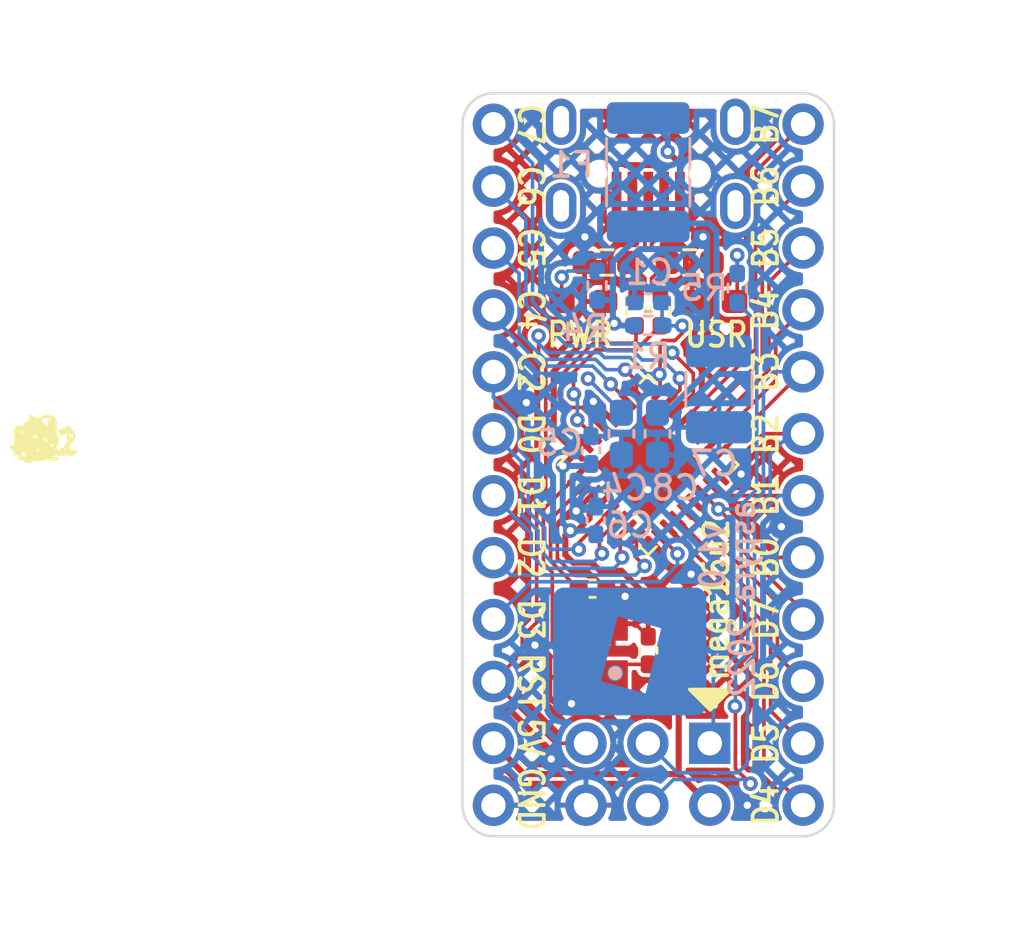
<source format=kicad_pcb>
(kicad_pcb (version 20211014) (generator pcbnew)
  (layers (0 "F.Cu" signal) (31 "B.Cu" signal) (34 "B.Paste" user) (35 "F.Paste" user) (36 "B.SilkS" user "B.Silkscreen") (37 "F.SilkS" user "F.Silkscreen") (38 "B.Mask" user) (39 "F.Mask" user) (44 "Edge.Cuts" user))
  (net 0 "")
  (net 1 "GND")
  (net 2 "RST")
  (net 3 "+5V")
  (net 4 "PB3_MISO")
  (net 5 "PB1_SCK")
  (net 6 "PB2_MOSI")
  (net 9 "PB4")
  (net 10 "PB5")
  (net 11 "PB6")
  (net 12 "PB7")
  (net 13 "PC2")
  (net 14 "PC4")
  (net 15 "PC5")
  (net 16 "PC6")
  (net 17 "PC7")
  (net 18 "PD0")
  (net 19 "PD1")
  (net 20 "PD2_TX")
  (net 21 "PD3_RX")
  (net 22 "PD4")
  (net 23 "PD5")
  (net 24 "PD6")
  (net 25 "PD7")
  (net 26 "D+")
  (net 27 "D-")
  (net 28 "PB0_LED")
  (net 29 "/XTAL1")
  (net 30 "/XTAL2")
  (net 31 "/UCAP")
  (net 32 "/LED_PWR")
  (net 33 "/LED_USR")
  (net 34 "/5V_USB")
  (net 35 "/_D-")
  (net 36 "/_D+")
  (footprint "global:USB_MICRO_B_C456008" (layer "F.Cu") (at 95.25 45.55336)
    (fp_text reference "J2")
    (fp_text value "USB_B_Micro")
  )
  (footprint "Capacitor_SMD:C_0402_1005Metric_Pad0.74x0.62mm_HandSolder" (layer "F.Cu") (at 95.25 68.39336 90)
    (fp_text reference "C2")
    (fp_text value "22p")
  )
  (footprint "Diode_SMD:D_0603_1608Metric_Pad1.05x0.95mm_HandSolder" (layer "F.Cu") (at 97.917 54.07336)
    (fp_text reference "D2")
    (fp_text value "USER")
  )
  (footprint "Resistor_SMD:R_0402_1005Metric_Pad0.72x0.64mm_HandSolder" (layer "F.Cu") (at 94.75 54.47336 -90)
    (fp_text reference "R2")
    (fp_text value "22R")
  )
  (footprint "Resistor_SMD:R_0402_1005Metric_Pad0.72x0.64mm_HandSolder" (layer "F.Cu") (at 95.75 54.47336 90)
    (fp_text reference "R3")
    (fp_text value "22R")
  )
  (footprint "Resistor_SMD:R_0603_1608Metric_Pad0.98x0.95mm_HandSolder" (layer "F.Cu") (at 96.95 52.47336)
    (fp_text reference "RV1")
    (fp_text value "TBD")
  )
  (footprint "Crystal:Crystal_SMD_3225-4Pin_3.2x2.5mm" (layer "F.Cu") (at 92.964 68.39336 90)
    (fp_text reference "Y1" hide)
    (fp_text value "16MHz")
  )
  (footprint "Connector_PinHeader_2.54mm:PinHeader_2x03_P2.54mm_Vertical" (layer "F.Cu") (at 97.775 72.19836 -90)
    (fp_text reference "J1" hide)
    (fp_text value "ISP")
  )
  (footprint "Diode_SMD:D_0603_1608Metric_Pad1.05x0.95mm_HandSolder" (layer "F.Cu") (at 92.583 54.07336 180)
    (fp_text reference "D1")
    (fp_text value "PWR")
  )
  (footprint "Package_DFN_QFN:QFN-32-1EP_5x5mm_P0.5mm_EP3.1x3.1mm" (layer "F.Cu") (at 95.25 60.77336 45)
    (fp_text reference "U1")
    (fp_text value "ATmega16U2-M")
  )
  (footprint "Capacitor_SMD:C_0402_1005Metric_Pad0.74x0.62mm_HandSolder" (layer "F.Cu") (at 92.964 65.85336)
    (fp_text reference "C3")
    (fp_text value "22p")
  )
  (footprint "Resistor_SMD:R_0603_1608Metric_Pad0.98x0.95mm_HandSolder" (layer "F.Cu") (at 93.55 52.47336 180)
    (fp_text reference "RV2")
    (fp_text value "TBD")
  )
  (footprint "global:Logo_grounded" (layer "B.Cu") (at 94.5 68.37336 180)
    (fp_text reference "TP1" hide)
    (fp_text value "LOGO" hide)
  )
  (footprint "Connector_PinHeader_2.54mm:PinHeader_1x12_P2.54mm_Vertical" (layer "B.Cu") (at 101.6 46.79836 180)
    (fp_text reference "J3" hide)
    (fp_text value "CONN_L")
  )
  (footprint "Capacitor_SMD:C_0402_1005Metric_Pad0.74x0.62mm_HandSolder" (layer "B.Cu") (at 93.1 63.05586 90)
    (fp_text reference "C6")
    (fp_text value "100n")
  )
  (footprint "Connector_PinHeader_2.54mm:PinHeader_1x12_P2.54mm_Vertical" (layer "B.Cu") (at 88.9 46.80336 180)
    (fp_text reference "J4" hide)
    (fp_text value "CONN_R")
  )
  (footprint "Capacitor_SMD:C_0603_1608Metric_Pad1.08x0.95mm_HandSolder" (layer "B.Cu") (at 94.15 59.50336 -90)
    (fp_text reference "C4")
    (fp_text value "1u")
  )
  (footprint "Resistor_SMD:R_0402_1005Metric_Pad0.72x0.64mm_HandSolder" (layer "B.Cu") (at 95.25 55.05836)
    (fp_text reference "R1")
    (fp_text value "10k")
  )
  (footprint "Capacitor_SMD:C_0402_1005Metric_Pad0.74x0.62mm_HandSolder" (layer "B.Cu") (at 95.25 54.12336)
    (fp_text reference "C1")
    (fp_text value "TBD")
  )
  (footprint "Capacitor_SMD:C_1210_3225Metric_Pad1.33x2.70mm_HandSolder" (layer "B.Cu") (at 98.15 57.67336 -90)
    (fp_text reference "C7")
    (fp_text value "TBD")
  )
  (footprint "Resistor_SMD:R_0402_1005Metric_Pad0.72x0.64mm_HandSolder" (layer "B.Cu") (at 98.9 53.52336 90)
    (fp_text reference "R5")
    (fp_text value "1k")
  )
  (footprint "Capacitor_SMD:C_0402_1005Metric_Pad0.74x0.62mm_HandSolder" (layer "B.Cu") (at 92.9 60.17336 90)
    (fp_text reference "C5")
    (fp_text value "100n")
  )
  (footprint "Fuse:Fuse_1812_4532Metric_Pad1.30x3.40mm_HandSolder" (layer "B.Cu") (at 95.25 48.77336 90)
    (fp_text reference "F1")
    (fp_text value "500mA")
  )
  (footprint "Resistor_SMD:R_0402_1005Metric_Pad0.72x0.64mm_HandSolder" (layer "B.Cu") (at 93.15 53.42086 90)
    (fp_text reference "R4")
    (fp_text value "1k")
  )
  (footprint "Capacitor_SMD:C_0603_1608Metric_Pad1.08x0.95mm_HandSolder" (layer "B.Cu") (at 95.631 59.50336 -90)
    (fp_text reference "C8")
    (fp_text value "1u")
  )
  (gr_arc (start 88.9 76.01336) (mid 88.001974 75.641386) (end 87.63 74.74336) (layer "Edge.Cuts") (width 0.1))
  (gr_arc (start 101.6 45.53336) (mid 102.498026 45.905334) (end 102.87 46.80336) (layer "Edge.Cuts") (width 0.1))
  (gr_line (start 102.87 74.74336) (end 102.87 46.80336) (layer "Edge.Cuts") (width 0.1))
  (gr_line (start 87.63 46.80336) (end 87.63 74.74336) (layer "Edge.Cuts") (width 0.1))
  (gr_arc (start 102.87 74.74336) (mid 102.498026 75.641386) (end 101.6 76.01336) (layer "Edge.Cuts") (width 0.1))
  (gr_arc (start 87.63 46.80336) (mid 88.001974 45.905334) (end 88.9 45.53336) (layer "Edge.Cuts") (width 0.1))
  (gr_line (start 101.6 45.53336) (end 88.9 45.53336) (layer "Edge.Cuts") (width 0.1))
  (gr_line (start 88.9 76.01336) (end 101.6 76.01336) (layer "Edge.Cuts") (width 0.1))
  (gr_text "aspyra 2022" (at 99.1 66.27336 90) (layer "B.SilkS") (effects (font (size 1 0.85) (thickness 0.153)) (justify mirror)))
  (gr_text "v1.0" (at 97.9 64.52336 90) (layer "B.SilkS") (effects (font (size 1 0.85) (thickness 0.153)) (justify mirror)))
  (gr_text "B6" (at 100.076 49.34336 90) (layer "F.SilkS") (effects (font (size 1 0.85) (thickness 0.153))))
  (gr_text "B5" (at 100.076 51.88336 90) (layer "F.SilkS") (effects (font (size 1 0.85) (thickness 0.153))))
  (gr_text "C7" (at 90.424 46.80336 270) (layer "F.SilkS") (effects (font (size 1 0.85) (thickness 0.153))))
  (gr_text "C2" (at 90.424 56.96336 270) (layer "F.SilkS") (effects (font (size 1 0.85) (thickness 0.153))))
  (gr_text "USR" (at 98.044 55.43936) (layer "F.SilkS") (effects (font (size 1 0.85) (thickness 0.153))))
  (gr_text "RST" (at 90.424 69.66336 270) (layer "F.SilkS") (effects (font (size 1 0.85) (thickness 0.153))))
  (gr_text "D2" (at 90.424 64.58336 270) (layer "F.SilkS") (effects (font (size 1 0.85) (thickness 0.153))))
  (gr_text "B3" (at 100.076 56.96336 90) (layer "F.SilkS") (effects (font (size 1 0.85) (thickness 0.153))))
  (gr_text "GND" (at 90.424 74.48936 270) (layer "F.SilkS") (effects (font (size 1 0.85) (thickness 0.153))))
  (gr_text "B4" (at 100.076 54.42336 90) (layer "F.SilkS") (effects (font (size 1 0.85) (thickness 0.153))))
  (gr_text "D3" (at 90.424 67.12336 270) (layer "F.SilkS") (effects (font (size 1 0.85) (thickness 0.153))))
  (gr_text "C5" (at 90.424 51.88336 270) (layer "F.SilkS") (effects (font (size 1 0.85) (thickness 0.153))))
  (gr_text "PWR" (at 92.456 55.43936) (layer "F.SilkS") (effects (font (size 1 0.85) (thickness 0.153))))
  (gr_text "B0" (at 100.076 64.58336 90) (layer "F.SilkS") (effects (font (size 1 0.85) (thickness 0.153))))
  (gr_text "B7" (at 100.076 46.80336 90) (layer "F.SilkS") (effects (font (size 1 0.85) (thickness 0.153))))
  (gr_text "D6" (at 100.076 69.66336 90) (layer "F.SilkS") (effects (font (size 1 0.85) (thickness 0.153))))
  (gr_text "D5" (at 100.076 72.20336 90) (layer "F.SilkS") (effects (font (size 1 0.85) (thickness 0.153))))
  (gr_text "C6" (at 90.424 49.34336 270) (layer "F.SilkS") (effects (font (size 1 0.85) (thickness 0.153))))
  (gr_text "D4" (at 100.076 74.74336 90) (layer "F.SilkS") (effects (font (size 1 0.85) (thickness 0.153))))
  (gr_text "C4" (at 90.424 54.42336 270) (layer "F.SilkS") (effects (font (size 1 0.85) (thickness 0.153))))
  (gr_text "D7" (at 100.076 67.12336 90) (layer "F.SilkS") (effects (font (size 1 0.85) (thickness 0.153))))
  (gr_text "B1" (at 100.076 62.04336 90) (layer "F.SilkS") (effects (font (size 1 0.85) (thickness 0.153))))
  (gr_text "B2" (at 100.076 59.50336 90) (layer "F.SilkS") (effects (font (size 1 0.85) (thickness 0.153))))
  (gr_text "mega16u2" (at 98.044 66.31056 90) (layer "F.SilkS") (effects (font (size 1 0.85) (thickness 0.153))))
  (gr_text "D1" (at 90.424 62.04336 270) (layer "F.SilkS") (effects (font (size 1 0.85) (thickness 0.153))))
  (gr_text "5V" (at 90.424 71.94936 270) (layer "F.SilkS") (effects (font (size 1 0.85) (thickness 0.153))))
  (gr_text "D0" (at 90.424 59.50336 270) (layer "F.SilkS") (effects (font (size 1 0.85) (thickness 0.153))))
  (segment (start 91.521969 64.615329) (end 92.19 65.28336) (width 0.15) (layer "F.Cu") (net 1))
  (segment (start 93.814 67.29336) (end 94.7175 67.29336) (width 0.15) (layer "F.Cu") (net 1))
  (segment (start 94.3 66.17336) (end 93.8515 66.17336) (width 0.15) (layer "F.Cu") (net 1))
  (segment (start 93.703204 58.873011) (end 93.699651 58.873011) (width 0.15) (layer "F.Cu") (net 1))
  (segment (start 92.114 70.55936) (end 92.1 70.57336) (width 0.15) (layer "F.Cu") (net 1))
  (segment (start 92.996097 61.966603) (end 92.996097 61.968725) (width 0.15) (layer "F.Cu") (net 1))
  (segment (start 93.8515 66.17336) (end 93.5315 65.85336) (width 0.15) (layer "F.Cu") (net 1))
  (segment (start 92.295731 62.669091) (end 92.146524 62.669091) (width 0.15) (layer "F.Cu") (net 1))
  (segment (start 93.699651 58.873011) (end 93 58.17336) (width 0.15) (layer "F.Cu") (net 1))
  (segment (start 92.114 69.49336) (end 92.114 70.55936) (width 0.15) (layer "F.Cu") (net 1))
  (segment (start 93.814 67.29336) (end 93.814 66.65936) (width 0.15) (layer "F.Cu") (net 1))
  (segment (start 92.9615 65.28336) (end 93.5315 65.85336) (width 0.15) (layer "F.Cu") (net 1))
  (segment (start 92.996097 61.966603) (end 92.996097 61.977263) (width 0.15) (layer "F.Cu") (net 1))
  (segment (start 94.7175 67.29336) (end 95.25 67.82586) (width 0.15) (layer "F.Cu") (net 1))
  (segment (start 92.19 65.28336) (end 92.9615 65.28336) (width 0.15) (layer "F.Cu") (net 1))
  (segment (start 93.814 66.65936) (end 94.3 66.17336) (width 0.15) (layer "F.Cu") (net 1))
  (segment (start 91.521969 63.293646) (end 91.521969 64.615329) (width 0.15) (layer "F.Cu") (net 1))
  (segment (start 92.146524 62.669091) (end 91.521969 63.293646) (width 0.15) (layer "F.Cu") (net 1))
  (segment (start 92.996097 61.968725) (end 92.295731 62.669091) (width 0.15) (layer "F.Cu") (net 1))
  (via (at 91.27 72.84336) (size 0.6) (drill 0.3) (layers "F.Cu" "B.Cu") (net 1))
  (via (at 94.3 66.17336) (size 0.6) (drill 0.3) (layers "F.Cu" "B.Cu") (net 1))
  (via (at 90.6 68.17336) (size 0.6) (drill 0.3) (layers "F.Cu" "B.Cu") (net 1))
  (via (at 95.23 61.79336) (size 0.6) (drill 0.3) (layers "F.Cu" "B.Cu") (net 1))
  (via (at 93 58.17336) (size 0.6) (drill 0.3) (layers "F.Cu" "B.Cu") (net 1))
  (via (at 99.06 61.15436) (size 0.6) (drill 0.3) (layers "F.Cu" "B.Cu") (net 1))
  (via (at 92.65 51.42336) (size 0.6) (drill 0.3) (layers "F.Cu" "B.Cu") (net 1))
  (via (at 99.314 74.74336) (size 0.6) (drill 0.3) (layers "F.Cu" "B.Cu") (net 1))
  (via (at 92.295731 62.669091) (size 0.6) (drill 0.3) (layers "F.Cu" "B.Cu") (net 1))
  (via (at 90.25 58.22336) (size 0.6) (drill 0.3) (layers "F.Cu" "B.Cu") (net 1))
  (via (at 92.1 70.57336) (size 0.6) (drill 0.3) (layers "F.Cu" "B.Cu") (net 1))
  (via (at 97.5 51.42336) (size 0.6) (drill 0.3) (layers "F.Cu" "B.Cu") (net 1))
  (via (at 97.01 65.26336) (size 0.6) (drill 0.3) (layers "F.Cu" "B.Cu") (net 1))
  (via (at 100.711 63.31336) (size 0.6) (drill 0.3) (layers "F.Cu" "B.Cu") (net 1))
  (segment (start 94.3 66.17336) (end 93.152 66.17336) (width 0.15) (layer "B.Cu") (net 1))
  (segment (start 90.6 68.17336) (end 91.95 68.17336) (width 0.3) (layer "B.Cu") (net 1))
  (segment (start 92.9 58.27336) (end 93 58.17336) (width 0.15) (layer "B.Cu") (net 1))
  (segment (start 96 66.17336) (end 96.85 67.02336) (width 0.15) (layer "B.Cu") (net 1))
  (segment (start 92.9 59.60586) (end 92.9 58.27336) (width 0.15) (layer "B.Cu") (net 1))
  (segment (start 94.3 66.17336) (end 96 66.17336) (width 0.15) (layer "B.Cu") (net 1))
  (segment (start 96.85 67.02336) (end 96.85 68.37336) (width 0.15) (layer "B.Cu") (net 1))
  (segment (start 92.936769 62.669091) (end 93.1 62.50586) (width 0.15) (layer "B.Cu") (net 1))
  (segment (start 93.152 66.17336) (end 92.15 67.17536) (width 0.15) (layer "B.Cu") (net 1))
  (segment (start 91.95 68.17336) (end 92.15 68.37336) (width 0.3) (layer "B.Cu") (net 1))
  (segment (start 92.15 67.17536) (end 92.15 68.37336) (width 0.15) (layer "B.Cu") (net 1))
  (segment (start 96.85 68.37336) (end 98.15 68.37336) (width 0.3) (layer "B.Cu") (net 1))
  (segment (start 92.295731 62.669091) (end 92.936769 62.669091) (width 0.15) (layer "B.Cu") (net 1))
  (segment (start 96.65 55.37336) (end 96.65 55.07336) (width 0.15) (layer "F.Cu") (net 2))
  (segment (start 90.08 68.48336) (end 90.08 67.83336) (width 0.15) (layer "F.Cu") (net 2))
  (segment (start 90.67348 67.23988) (end 90.67348 62.44988) (width 0.15) (layer "F.Cu") (net 2))
  (segment (start 91.045449 62.077911) (end 91.045449 56.518809) (width 0.15) (layer "F.Cu") (net 2))
  (segment (start 90.750521 56.223881) (end 91.045449 56.518809) (width 0.15) (layer "F.Cu") (net 2))
  (segment (start 95.85 55.67336) (end 96.35 55.67336) (width 0.15) (layer "F.Cu") (net 2))
  (segment (start 92.695 72.19836) (end 91.435 72.19836) (width 0.15) (layer "F.Cu") (net 2))
  (segment (start 96.35 55.67336) (end 96.65 55.37336) (width 0.15) (layer "F.Cu") (net 2))
  (segment (start 91.435 72.19836) (end 88.9 69.66336) (width 0.15) (layer "F.Cu") (net 2))
  (segment (start 90.750521 55.482839) (end 90.750521 56.223881) (width 0.15) (layer "F.Cu") (net 2))
  (segment (start 95.736136 55.787224) (end 95.85 55.67336) (width 0.15) (layer "F.Cu") (net 2))
  (segment (start 90.67348 62.44988) (end 91.045449 62.077911) (width 0.15) (layer "F.Cu") (net 2))
  (segment (start 90.08 67.83336) (end 90.67348 67.23988) (width 0.15) (layer "F.Cu") (net 2))
  (segment (start 95.736136 57.037224) (end 95.736136 55.787224) (width 0.15) (layer "F.Cu") (net 2))
  (segment (start 88.9 69.66336) (end 90.08 68.48336) (width 0.15) (layer "F.Cu") (net 2))
  (segment (start 95.736136 57.81235) (end 95.736136 57.037224) (width 0.15) (layer "F.Cu") (net 2))
  (via (at 90.750521 55.482839) (size 0.6) (drill 0.3) (layers "F.Cu" "B.Cu") (net 2))
  (via (at 95.708831 57.064529) (size 0.6) (drill 0.3) (layers "F.Cu" "B.Cu") (net 2))
  (via (at 96.647 55.07336) (size 0.6) (drill 0.3) (layers "F.Cu" "B.Cu") (net 2))
  (segment (start 96.65 55.07336) (end 95.8625 55.07336) (width 0.15) (layer "B.Cu") (net 2))
  (segment (start 93.451511 56.371849) (end 94.507734 56.371849) (width 0.15) (layer "B.Cu") (net 2))
  (segment (start 90.750521 55.80101) (end 91.119831 56.17032) (width 0.15) (layer "B.Cu") (net 2))
  (segment (start 95.681526 57.037224) (end 95.708831 57.064529) (width 0.15) (layer "B.Cu") (net 2))
  (segment (start 94.507734 56.371849) (end 95.173109 57.037224) (width 0.15) (layer "B.Cu") (net 2))
  (segment (start 95.8175 54.12336) (end 95.8175 55.02836) (width 0.15) (layer "B.Cu") (net 2))
  (segment (start 90.750521 55.482839) (end 90.750521 55.80101) (width 0.15) (layer "B.Cu") (net 2))
  (segment (start 95.8175 55.08836) (end 95.8475 55.05836) (width 0.15) (layer "B.Cu") (net 2))
  (segment (start 91.119831 56.17032) (end 93.249982 56.17032) (width 0.15) (layer "B.Cu") (net 2))
  (segment (start 95.173109 57.037224) (end 95.681526 57.037224) (width 0.15) (layer "B.Cu") (net 2))
  (segment (start 93.249982 56.17032) (end 93.451511 56.371849) (width 0.15) (layer "B.Cu") (net 2))
  (segment (start 95.8625 55.07336) (end 95.8475 55.05836) (width 0.15) (layer "B.Cu") (net 2))
  (segment (start 95.8175 55.02836) (end 95.8475 55.05836) (width 0.15) (layer "B.Cu") (net 2))
  (segment (start 92.171556 64.793811) (end 91.848489 64.470744) (width 0.25) (layer "F.Cu") (net 3))
  (segment (start 93.35 54.97336) (end 93.75 54.97336) (width 0.25) (layer "F.Cu") (net 3))
  (segment (start 92.0515 63.47336) (end 92.05 63.47336) (width 0.25) (layer "F.Cu") (net 3))
  (segment (start 92.065904 63.487764) (end 92.0515 63.47336) (width 0.25) (layer "F.Cu") (net 3))
  (segment (start 93.04236 55.27336) (end 93.05 55.27336) (width 0.25) (layer "F.Cu") (net 3))
  (segment (start 92.05 63.47336) (end 91.87652 63.64684) (width 0.25) (layer "F.Cu") (net 3))
  (segment (start 91.848489 63.676371) (end 92.0515 63.47336) (width 0.25) (layer "F.Cu") (net 3))
  (segment (start 93.05 55.27336) (end 93.35 54.97336) (width 0.25) (layer "F.Cu") (net 3))
  (segment (start 91.848489 64.470744) (end 91.848489 63.676371) (width 0.25) (layer "F.Cu") (net 3))
  (segment (start 93.349651 62.320156) (end 92.844115 62.825692) (width 0.25) (layer "F.Cu") (net 3))
  (segment (start 92.642544 59.933671) (end 92.642543 59.933671) (width 0.25) (layer "F.Cu") (net 3))
  (segment (start 96.5 69.92336) (end 95.95 69.37336) (width 0.25) (layer "F.Cu") (net 3))
  (segment (start 93.27 65.12336) (end 92.940451 64.793811) (width 0.25) (layer "F.Cu") (net 3))
  (segment (start 96.5 73.46336) (end 97.775 74.73836) (width 0.25) (layer "F.Cu") (net 3))
  (segment (start 92.940451 64.793811) (end 92.171556 64.793811) (width 0.25) (layer "F.Cu") (net 3))
  (segment (start 93.04236 55.27336) (end 91.371969 56.943751) (width 0.25) (layer "F.Cu") (net 3))
  (segment (start 92.286136 60.287224) (end 91.75 60.82336) (width 0.25) (layer "F.Cu") (net 3))
  (segment (start 91.371969 59.370203) (end 92.28899 60.287224) (width 0.25) (layer "F.Cu") (net 3))
  (segment (start 94.15 65.12336) (end 93.27 65.12336) (width 0.25) (layer "F.Cu") (net 3))
  (segment (start 95.95 66.92336) (end 94.15 65.12336) (width 0.25) (layer "F.Cu") (net 3))
  (segment (start 91.371969 56.943751) (end 91.371969 59.370203) (width 0.25) (layer "F.Cu") (net 3))
  (segment (start 92.28899 60.287224) (end 92.286136 60.287224) (width 0.25) (layer "F.Cu") (net 3))
  (segment (start 92.844115 62.825692) (end 92.844115 62.967475) (width 0.25) (layer "F.Cu") (net 3))
  (segment (start 96.5 73.46336) (end 90.16 73.46336) (width 0.25) (layer "F.Cu") (net 3))
  (segment (start 92.844115 62.967475) (end 92.323826 63.487764) (width 0.25) (layer "F.Cu") (net 3))
  (segment (start 95.95 69.37336) (end 95.95 66.92336) (width 0.25) (layer "F.Cu") (net 3))
  (segment (start 96.5 73.46336) (end 96.5 69.92336) (width 0.25) (layer "F.Cu") (net 3))
  (segment (start 92.323826 63.487764) (end 92.065904 63.487764) (width 0.25) (layer "F.Cu") (net 3))
  (segment (start 90.16 73.46336) (end 88.9 72.20336) (width 0.25) (layer "F.Cu") (net 3))
  (segment (start 92.642543 59.933671) (end 92.28899 60.287224) (width 0.25) (layer "F.Cu") (net 3))
  (via (at 93.853 54.97336) (size 0.6) (drill 0.3) (layers "F.Cu" "B.Cu") (net 3))
  (via (at 92.0515 63.47336) (size 0.6) (drill 0.3) (layers "F.Cu" "B.Cu") (net 3))
  (via (at 91.75 60.82336) (size 0.6) (drill 0.3) (layers "F.Cu" "B.Cu") (net 3))
  (segment (start 93.8 52.44836) (end 93.8 54.02336) (width 0.25) (layer "B.Cu") (net 3))
  (segment (start 95.25 50.99836) (end 93.8 52.44836) (width 0.25) (layer "B.Cu") (net 3))
  (segment (start 94.015 55.05836) (end 93.835 55.05836) (width 0.25) (layer "B.Cu") (net 3))
  (segment (start 91.75 60.82336) (end 92.8175 60.82336) (width 0.25) (layer "B.Cu") (net 3))
  (segment (start 92.8825 60.72336) (end 92.9 60.74086) (width 0.15) (layer "B.Cu") (net 3))
  (segment (start 91.74422 63.16608) (end 91.74422 60.82914) (width 0.25) (layer "B.Cu") (net 3))
  (segment (start 95.9855 58.64086) (end 98.15 56.47636) (width 0.25) (layer "B.Cu") (net 3))
  (segment (start 95.25 50.99836) (end 95.376511 50.871849) (width 0.25) (layer "B.Cu") (net 3))
  (segment (start 92.9325 63.47336) (end 93.1 63.64086) (width 0.25) (layer "B.Cu") (net 3))
  (segment (start 93.15 54.01836) (end 93.795 54.01836) (width 0.25) (layer "B.Cu") (net 3))
  (segment (start 98.15 56.47636) (end 98.15 56.11086) (width 0.25) (layer "B.Cu") (net 3))
  (segment (start 95.631 58.64086) (end 95.9855 58.64086) (width 0.25) (layer "B.Cu") (net 3))
  (segment (start 91.74422 60.82914) (end 91.75 60.82336) (width 0.25) (layer "B.Cu") (net 3))
  (segment (start 92.8175 60.82336) (end 92.9 60.74086) (width 0.25) (layer "B.Cu") (net 3))
  (segment (start 98.051511 51.174871) (end 98.051511 56.012371) (width 0.25) (layer "B.Cu") (net 3))
  (segment (start 92.0515 63.47336) (end 91.74422 63.16608) (width 0.25) (layer "B.Cu") (net 3))
  (segment (start 93.795 54.01836) (end 93.8 54.02336) (width 0.25) (layer "B.Cu") (net 3))
  (segment (start 93.8 54.02336) (end 93.8 54.92336) (width 0.25) (layer "B.Cu") (net 3))
  (segment (start 93.835 55.05836) (end 93.75 54.97336) (width 0.25) (layer "B.Cu") (net 3))
  (segment (start 94.6525 55.05836) (end 94.015 55.05836) (width 0.25) (layer "B.Cu") (net 3))
  (segment (start 95.376511 50.871849) (end 97.748489 50.871849) (width 0.25) (layer "B.Cu") (net 3))
  (segment (start 93.8 54.92336) (end 93.75 54.97336) (width 0.25) (layer "B.Cu") (net 3))
  (segment (start 98.051511 56.012371) (end 98.15 56.11086) (width 0.25) (layer "B.Cu") (net 3))
  (segment (start 92.0515 63.47336) (end 92.9325 63.47336) (width 0.25) (layer "B.Cu") (net 3))
  (segment (start 97.748489 50.871849) (end 98.051511 51.174871) (width 0.25) (layer "B.Cu") (net 3))
  (segment (start 101.565 56.95836) (end 101.6 56.95836) (width 0.15) (layer "F.Cu") (net 4))
  (segment (start 98.21101 60.287224) (end 98.236136 60.287224) (width 0.15) (layer "F.Cu") (net 4))
  (segment (start 98.236136 60.287224) (end 101.565 56.95836) (width 0.15) (layer "F.Cu") (net 4))
  (segment (start 99.97804 57.378239) (end 99.97804 61.897378) (width 0.15) (layer "B.Cu") (net 4))
  (segment (start 99.06 62.815418) (end 99.06 68.39336) (width 0.15) (layer "B.Cu") (net 4))
  (segment (start 99.97804 61.897378) (end 99.06 62.815418) (width 0.15) (layer "B.Cu") (net 4))
  (segment (start 99.06 68.39336) (end 97.917 69.53636) (width 0.15) (layer "B.Cu") (net 4))
  (segment (start 101.6 56.95836) (end 100.397919 56.95836) (width 0.15) (layer "B.Cu") (net 4))
  (segment (start 97.917 69.53636) (end 97.917 72.05636) (width 0.15) (layer "B.Cu") (net 4))
  (segment (start 100.397919 56.95836) (end 99.97804 57.378239) (width 0.15) (layer "B.Cu") (net 4))
  (segment (start 97.917 72.05636) (end 97.775 72.19836) (width 0.15) (layer "B.Cu") (net 4))
  (segment (start 98.282767 62.03836) (end 97.857456 61.613049) (width 0.15) (layer "F.Cu") (net 5))
  (segment (start 101.6 62.03836) (end 98.282767 62.03836) (width 0.15) (layer "F.Cu") (net 5))
  (segment (start 98.933 73.410329) (end 99.314 73.029329) (width 0.15) (layer "B.Cu") (net 5))
  (segment (start 95.235 72.19836) (end 96.446969 73.410329) (width 0.15) (layer "B.Cu") (net 5))
  (segment (start 96.446969 73.410329) (end 98.933 73.410329) (width 0.15) (layer "B.Cu") (net 5))
  (segment (start 99.314 68.921476) (end 99.61304 68.622436) (width 0.15) (layer "B.Cu") (net 5))
  (segment (start 99.61304 68.622436) (end 99.61304 63.044494) (width 0.15) (layer "B.Cu") (net 5))
  (segment (start 100.619174 62.03836) (end 101.6 62.03836) (width 0.15) (layer "B.Cu") (net 5))
  (segment (start 99.314 73.029329) (end 99.314 68.921476) (width 0.15) (layer "B.Cu") (net 5))
  (segment (start 99.61304 63.044494) (end 100.619174 62.03836) (width 0.15) (layer "B.Cu") (net 5))
  (segment (start 98.826511 70.699871) (end 98.826511 72.83836) (width 0.15) (layer "F.Cu") (net 6))
  (segment (start 98.213864 61.259496) (end 99.975 59.49836) (width 0.15) (layer "F.Cu") (net 6))
  (segment (start 98.826511 73.09236) (end 98.826511 73.239871) (width 0.15) (layer "F.Cu") (net 6))
  (segment (start 99.975 59.49836) (end 101.6 59.49836) (width 0.15) (layer "F.Cu") (net 6))
  (segment (start 98.826511 73.239871) (end 99.441 73.85436) (width 0.15) (layer "F.Cu") (net 6))
  (segment (start 98.21101 61.259496) (end 98.213864 61.259496) (width 0.15) (layer "F.Cu") (net 6))
  (segment (start 98.806 70.67936) (end 98.826511 70.699871) (width 0.15) (layer "F.Cu") (net 6))
  (segment (start 98.826511 72.83836) (end 98.826511 73.09236) (width 0.15) (layer "F.Cu") (net 6))
  (via (at 98.806 70.67936) (size 0.6) (drill 0.3) (layers "F.Cu" "B.Cu") (net 6))
  (via (at 99.441 73.85436) (size 0.6) (drill 0.3) (layers "F.Cu" "B.Cu") (net 6))
  (segment (start 100.25456 60.3408) (end 100.25456 62.011916) (width 0.15) (layer "B.Cu") (net 6))
  (segment (start 101.6 59.49836) (end 101.097 59.49836) (width 0.15) (layer "B.Cu") (net 6))
  (segment (start 99.33652 68.507898) (end 98.826511 69.017907) (width 0.15) (layer "B.Cu") (net 6))
  (segment (start 98.826511 70.658849) (end 98.806 70.67936) (width 0.15) (layer "B.Cu") (net 6))
  (segment (start 99.273489 73.686849) (end 96.286511 73.686849) (width 0.15) (layer "B.Cu") (net 6))
  (segment (start 101.097 59.49836) (end 100.25456 60.3408) (width 0.15) (layer "B.Cu") (net 6))
  (segment (start 96.286511 73.686849) (end 95.235 74.73836) (width 0.15) (layer "B.Cu") (net 6))
  (segment (start 99.441 73.85436) (end 99.273489 73.686849) (width 0.15) (layer "B.Cu") (net 6))
  (segment (start 98.826511 69.017907) (end 98.826511 70.658849) (width 0.15) (layer "B.Cu") (net 6))
  (segment (start 100.25456 62.011916) (end 99.33652 62.929956) (width 0.15) (layer "B.Cu") (net 6))
  (segment (start 99.33652 62.929956) (end 99.33652 68.507898) (width 0.15) (layer "B.Cu") (net 6))
  (segment (start 100.48108 57.310047) (end 100.48108 55.53728) (width 0.15) (layer "F.Cu") (net 9))
  (segment (start 97.857456 59.933671) (end 100.48108 57.310047) (width 0.15) (layer "F.Cu") (net 9))
  (segment (start 100.48108 55.53728) (end 101.6 54.41836) (width 0.15) (layer "F.Cu") (net 9))
  (segment (start 100.20456 53.2738) (end 101.6 51.87836) (width 0.15) (layer "F.Cu") (net 10))
  (segment (start 97.503903 59.580117) (end 100.20456 56.87946) (width 0.15) (layer "F.Cu") (net 10))
  (segment (start 100.20456 56.87946) (end 100.20456 53.2738) (width 0.15) (layer "F.Cu") (net 10))
  (segment (start 97.150349 59.226564) (end 99.92804 56.448873) (width 0.15) (layer "F.Cu") (net 11))
  (segment (start 99.92804 56.448873) (end 99.92804 51.01032) (width 0.15) (layer "F.Cu") (net 11))
  (segment (start 99.92804 51.01032) (end 101.6 49.33836) (width 0.15) (layer "F.Cu") (net 11))
  (segment (start 99.65152 56.02184) (end 99.65152 48.74684) (width 0.15) (layer "F.Cu") (net 12))
  (segment (start 96.796796 58.873011) (end 96.800349 58.873011) (width 0.15) (layer "F.Cu") (net 12))
  (segment (start 96.800349 58.873011) (end 99.65152 56.02184) (width 0.15) (layer "F.Cu") (net 12))
  (segment (start 99.65152 48.74684) (end 101.6 46.79836) (width 0.15) (layer "F.Cu") (net 12))
  (segment (start 92.8 63.57336) (end 92.75 63.62336) (width 0.15) (layer "F.Cu") (net 13))
  (segment (start 92.75 63.62336) (end 92.481824 63.891536) (width 0.15) (layer "F.Cu") (net 13))
  (segment (start 93.703204 62.673709) (end 93.699651 62.673709) (width 0.15) (layer "F.Cu") (net 13))
  (segment (start 92.4 63.97336) (end 92.4 64.2423) (width 0.15) (layer "F.Cu") (net 13))
  (segment (start 92.481824 63.891536) (end 92.4 63.97336) (width 0.15) (layer "F.Cu") (net 13))
  (segment (start 93.699651 62.673709) (end 92.8 63.57336) (width 0.15) (layer "F.Cu") (net 13))
  (via (at 92.4 64.2423) (size 0.6) (drill 0.3) (layers "F.Cu" "B.Cu") (net 13))
  (segment (start 91.21894 64.2423) (end 91.00304 64.0264) (width 0.15) (layer "B.Cu") (net 13))
  (segment (start 89.951511 59.067809) (end 88.9 58.016298) (width 0.15) (layer "B.Cu") (net 13))
  (segment (start 88.9 58.016298) (end 88.9 56.96336) (width 0.15) (layer "B.Cu") (net 13))
  (segment (start 92.4 64.2423) (end 91.21894 64.2423) (width 0.15) (layer "B.Cu") (net 13))
  (segment (start 91.00304 64.0264) (end 91.00304 63.364284) (width 0.15) (layer "B.Cu") (net 13))
  (segment (start 91.00304 63.364284) (end 90.32652 62.687764) (width 0.15) (layer "B.Cu") (net 13))
  (segment (start 89.951511 60.163813) (end 89.951511 59.067809) (width 0.15) (layer "B.Cu") (net 13))
  (segment (start 90.32652 62.687764) (end 90.32652 60.538822) (width 0.15) (layer "B.Cu") (net 13))
  (segment (start 90.32652 60.538822) (end 89.951511 60.163813) (width 0.15) (layer "B.Cu") (net 13))
  (segment (start 94.410311 58.165904) (end 94.410311 58.163781) (width 0.15) (layer "F.Cu") (net 14))
  (segment (start 94.410311 58.163781) (end 93.709945 57.463415) (width 0.15) (layer "F.Cu") (net 14))
  (via (at 93.709945 57.463415) (size 0.6) (drill 0.3) (layers "F.Cu" "B.Cu") (net 14))
  (segment (start 93.709945 57.463415) (end 93.709945 57.460088) (width 0.15) (layer "B.Cu") (net 14))
  (segment (start 88.9 54.732605) (end 88.9 54.42336) (width 0.15) (layer "B.Cu") (net 14))
  (segment (start 93.709945 57.460088) (end 92.973217 56.72336) (width 0.15) (layer "B.Cu") (net 14))
  (segment (start 90.890755 56.72336) (end 88.9 54.732605) (width 0.15) (layer "B.Cu") (net 14))
  (segment (start 93.709945 57.463415) (end 93.709945 57.433305) (width 0.15) (layer "B.Cu") (net 14))
  (segment (start 92.973217 56.72336) (end 90.890755 56.72336) (width 0.15) (layer "B.Cu") (net 14))
  (segment (start 94.763864 57.337224) (end 94.3 56.87336) (width 0.15) (layer "F.Cu") (net 15))
  (segment (start 94.763864 57.81235) (end 94.763864 57.337224) (width 0.15) (layer "F.Cu") (net 15))
  (via (at 94.3 56.87336) (size 0.6) (drill 0.3) (layers "F.Cu" "B.Cu") (net 15))
  (segment (start 93.087755 56.44684) (end 91.005293 56.44684) (width 0.15) (layer "B.Cu") (net 15))
  (segment (start 89.951511 55.393058) (end 89.951511 52.934871) (width 0.15) (layer "B.Cu") (net 15))
  (segment (start 93.514275 56.87336) (end 93.087755 56.44684) (width 0.15) (layer "B.Cu") (net 15))
  (segment (start 94.3 56.87336) (end 93.514275 56.87336) (width 0.15) (layer "B.Cu") (net 15))
  (segment (start 91.005293 56.44684) (end 89.951511 55.393058) (width 0.15) (layer "B.Cu") (net 15))
  (segment (start 89.951511 52.934871) (end 88.9 51.88336) (width 0.15) (layer "B.Cu") (net 15))
  (segment (start 96.089689 58.165904) (end 96.35 57.905593) (width 0.15) (layer "F.Cu") (net 16))
  (segment (start 96.55 57.705593) (end 96.55 57.22336) (width 0.15) (layer "F.Cu") (net 16))
  (segment (start 96.089689 58.165904) (end 96.55 57.705593) (width 0.15) (layer "F.Cu") (net 16))
  (via (at 96.55 57.22336) (size 0.6) (drill 0.3) (layers "F.Cu" "B.Cu") (net 16))
  (segment (start 93.36452 55.8938) (end 93.566049 56.095329) (width 0.15) (layer "B.Cu") (net 16))
  (segment (start 93.566049 56.095329) (end 94.622272 56.095329) (width 0.15) (layer "B.Cu") (net 16))
  (segment (start 88.9 49.34336) (end 90.228031 50.671391) (width 0.15) (layer "B.Cu") (net 16))
  (segment (start 90.228031 54.201391) (end 91.92044 55.8938) (width 0.15) (layer "B.Cu") (net 16))
  (segment (start 91.92044 55.8938) (end 93.36452 55.8938) (width 0.15) (layer "B.Cu") (net 16))
  (segment (start 96.55 57.196469) (end 96.55 57.22336) (width 0.15) (layer "B.Cu") (net 16))
  (segment (start 96.55 57.22336) (end 96.55 57.141843) (width 0.15) (layer "B.Cu") (net 16))
  (segment (start 95.826891 56.47336) (end 96.55 57.196469) (width 0.15) (layer "B.Cu") (net 16))
  (segment (start 90.228031 50.671391) (end 90.228031 54.201391) (width 0.15) (layer "B.Cu") (net 16))
  (segment (start 95.000303 56.47336) (end 95.826891 56.47336) (width 0.15) (layer "B.Cu") (net 16))
  (segment (start 94.622272 56.095329) (end 95.000303 56.47336) (width 0.15) (layer "B.Cu") (net 16))
  (segment (start 97.1 57.8627) (end 97.1 57.02336) (width 0.15) (layer "F.Cu") (net 17))
  (segment (start 96.443243 58.519457) (end 97.1 57.8627) (width 0.15) (layer "F.Cu") (net 17))
  (segment (start 97.1 57.02336) (end 96.3 56.22336) (width 0.15) (layer "F.Cu") (net 17))
  (segment (start 96.2515 56.17486) (end 96.237636 56.17486) (width 0.15) (layer "F.Cu") (net 17))
  (segment (start 96.3 56.22336) (end 96.2515 56.17486) (width 0.15) (layer "F.Cu") (net 17))
  (via (at 96.237636 56.17486) (size 0.6) (drill 0.3) (layers "F.Cu" "B.Cu") (net 17))
  (segment (start 92.034978 55.61728) (end 90.504551 54.086853) (width 0.15) (layer "B.Cu") (net 17))
  (segment (start 93.479058 55.61728) (end 92.034978 55.61728) (width 0.15) (layer "B.Cu") (net 17))
  (segment (start 90.504551 54.086853) (end 90.504551 48.407911) (width 0.15) (layer "B.Cu") (net 17))
  (segment (start 95.881585 55.818809) (end 96.237636 56.17486) (width 0.15) (layer "B.Cu") (net 17))
  (segment (start 93.680587 55.818809) (end 93.479058 55.61728) (width 0.15) (layer "B.Cu") (net 17))
  (segment (start 93.680587 55.818809) (end 95.881585 55.818809) (width 0.15) (layer "B.Cu") (net 17))
  (segment (start 90.504551 48.407911) (end 88.9 46.80336) (width 0.15) (layer "B.Cu") (net 17))
  (segment (start 93.25 63.82336) (end 93.25 64.326351) (width 0.15) (layer "F.Cu") (net 18))
  (segment (start 94.056757 63.027263) (end 94.046097 63.027263) (width 0.15) (layer "F.Cu") (net 18))
  (segment (start 93.25 64.326351) (end 93.350598 64.426949) (width 0.15) (layer "F.Cu") (net 18))
  (segment (start 94.046097 63.027263) (end 93.25 63.82336) (width 0.15) (layer "F.Cu") (net 18))
  (via (at 93.35 64.41336) (size 0.6) (drill 0.3) (layers "F.Cu" "B.Cu") (net 18))
  (segment (start 90.05 60.65336) (end 88.9 59.50336) (width 0.15) (layer "B.Cu") (net 18))
  (segment (start 91.27044 64.7438) (end 90.72652 64.19988) (width 0.15) (layer "B.Cu") (net 18))
  (segment (start 90.72652 63.478822) (end 90.05 62.802302) (width 0.15) (layer "B.Cu") (net 18))
  (segment (start 93.350598 64.426949) (end 93.033747 64.7438) (width 0.15) (layer "B.Cu") (net 18))
  (segment (start 90.05 62.802302) (end 90.05 60.65336) (width 0.15) (layer "B.Cu") (net 18))
  (segment (start 90.72652 64.19988) (end 90.72652 63.478822) (width 0.15) (layer "B.Cu") (net 18))
  (segment (start 93.033747 64.7438) (end 91.27044 64.7438) (width 0.15) (layer "B.Cu") (net 18))
  (segment (start 94.1 63.691127) (end 94.1 64.496592) (width 0.15) (layer "F.Cu") (net 19))
  (segment (start 94.1 64.496592) (end 94.175668 64.57226) (width 0.15) (layer "F.Cu") (net 19))
  (segment (start 94.410311 63.380816) (end 94.1 63.691127) (width 0.15) (layer "F.Cu") (net 19))
  (via (at 94.175668 64.57226) (size 0.6) (drill 0.3) (layers "F.Cu" "B.Cu") (net 19))
  (segment (start 90.45 63.59336) (end 90.45 64.47336) (width 0.15) (layer "B.Cu") (net 19))
  (segment (start 90.45 64.47336) (end 90.99696 65.02032) (width 0.15) (layer "B.Cu") (net 19))
  (segment (start 94.175668 64.694652) (end 94.175668 64.57226) (width 0.15) (layer "B.Cu") (net 19))
  (segment (start 90.99696 65.02032) (end 93.85 65.02032) (width 0.15) (layer "B.Cu") (net 19))
  (segment (start 88.9 62.04336) (end 90.45 63.59336) (width 0.15) (layer "B.Cu") (net 19))
  (segment (start 93.85 65.02032) (end 94.175668 64.694652) (width 0.15) (layer "B.Cu") (net 19))
  (segment (start 94.763864 63.73437) (end 94.763864 64.587224) (width 0.15) (layer "F.Cu") (net 20))
  (segment (start 94.763864 64.587224) (end 95.1 64.92336) (width 0.15) (layer "F.Cu") (net 20))
  (via (at 95.1 64.92336) (size 0.6) (drill 0.3) (layers "F.Cu" "B.Cu") (net 20))
  (segment (start 94.72652 65.29684) (end 89.61348 65.29684) (width 0.15) (layer "B.Cu") (net 20))
  (segment (start 89.61348 65.29684) (end 88.9 64.58336) (width 0.15) (layer "B.Cu") (net 20))
  (segment (start 95.1 64.92336) (end 94.72652 65.29684) (width 0.15) (layer "B.Cu") (net 20))
  (segment (start 95.736136 63.73437) (end 95.76101 63.73437) (width 0.15) (layer "F.Cu") (net 21))
  (segment (start 95.76101 63.73437) (end 96.45 64.42336) (width 0.15) (layer "F.Cu") (net 21))
  (via (at 96.45 64.42336) (size 0.6) (drill 0.3) (layers "F.Cu" "B.Cu") (net 21))
  (segment (start 96.45 64.87336) (end 95.75 65.57336) (width 0.15) (layer "B.Cu") (net 21))
  (segment (start 96.45 64.42336) (end 96.45 64.87336) (width 0.15) (layer "B.Cu") (net 21))
  (segment (start 90.45 65.57336) (end 88.9 67.12336) (width 0.15) (layer "B.Cu") (net 21))
  (segment (start 95.75 65.57336) (end 90.45 65.57336) (width 0.15) (layer "B.Cu") (net 21))
  (segment (start 99.995449 73.133809) (end 101.6 74.73836) (width 0.15) (layer "F.Cu") (net 22))
  (segment (start 99.995449 67.259564) (end 99.995449 73.133809) (width 0.15) (layer "F.Cu") (net 22))
  (segment (start 96.116701 63.380816) (end 99.995449 67.259564) (width 0.15) (layer "F.Cu") (net 22))
  (segment (start 96.089689 63.380816) (end 96.116701 63.380816) (width 0.15) (layer "F.Cu") (net 22))
  (segment (start 96.453903 63.027263) (end 100.271969 66.845329) (width 0.15) (layer "F.Cu") (net 23))
  (segment (start 96.443243 63.027263) (end 96.453903 63.027263) (width 0.15) (layer "F.Cu") (net 23))
  (segment (start 100.271969 70.870329) (end 101.6 72.19836) (width 0.15) (layer "F.Cu") (net 23))
  (segment (start 100.271969 66.845329) (end 100.271969 70.870329) (width 0.15) (layer "F.Cu") (net 23))
  (segment (start 100.548489 68.606849) (end 101.6 69.65836) (width 0.15) (layer "F.Cu") (net 24))
  (segment (start 96.800349 62.673709) (end 100.548489 66.421849) (width 0.15) (layer "F.Cu") (net 24))
  (segment (start 100.548489 66.421849) (end 100.548489 68.606849) (width 0.15) (layer "F.Cu") (net 24))
  (segment (start 96.796796 62.673709) (end 96.800349 62.673709) (width 0.15) (layer "F.Cu") (net 24))
  (segment (start 101.6 66.77336) (end 101.6 67.11836) (width 0.15) (layer "F.Cu") (net 25))
  (segment (start 97.150349 62.320156) (end 97.150349 62.323709) (width 0.15) (layer "F.Cu") (net 25))
  (segment (start 97.150349 62.323709) (end 101.6 66.77336) (width 0.15) (layer "F.Cu") (net 25))
  (segment (start 92.540755 58.42336) (end 92.040755 58.42336) (width 0.15) (layer "F.Cu") (net 26))
  (segment (start 91.698489 57.079001) (end 92.99263 55.78486) (width 0.15) (layer "F.Cu") (net 26))
  (segment (start 92.040755 58.42336) (end 91.698489 58.081094) (width 0.15) (layer "F.Cu") (net 26))
  (segment (start 91.698489 58.081094) (end 91.698489 57.079001) (width 0.15) (layer "F.Cu") (net 26))
  (segment (start 93.349651 59.226564) (end 93.343959 59.226564) (width 0.15) (layer "F.Cu") (net 26))
  (segment (start 94.644262 55.78486) (end 94.75 55.679122) (width 0.15) (layer "F.Cu") (net 26))
  (segment (start 92.99263 55.78486) (end 94.644262 55.78486) (width 0.15) (layer "F.Cu") (net 26))
  (segment (start 93.343959 59.226564) (end 92.540755 58.42336) (width 0.15) (layer "F.Cu") (net 26))
  (segment (start 94.75 55.679122) (end 94.75 55.07086) (width 0.15) (layer "F.Cu") (net 26))
  (segment (start 92.996097 59.580117) (end 92.996097 59.569457) (width 0.15) (layer "F.Cu") (net 27))
  (segment (start 92.977623 59.569457) (end 92.341513 58.933347) (width 0.15) (layer "F.Cu") (net 27))
  (segment (start 92.183277 56.985953) (end 92.183277 57.856637) (width 0.15) (layer "F.Cu") (net 27))
  (segment (start 93.10737 56.06186) (end 92.183277 56.985953) (width 0.15) (layer "F.Cu") (net 27))
  (segment (start 92.183277 57.856637) (end 92.2 57.87336) (width 0.15) (layer "F.Cu") (net 27))
  (segment (start 94.759 56.06186) (end 93.10737 56.06186) (width 0.15) (layer "F.Cu") (net 27))
  (segment (start 95.75 55.07086) (end 94.759 56.06186) (width 0.15) (layer "F.Cu") (net 27))
  (segment (start 92.996097 59.569457) (end 92.977623 59.569457) (width 0.15) (layer "F.Cu") (net 27))
  (via (at 92.2 57.87336) (size 0.6) (drill 0.3) (layers "F.Cu" "B.Cu") (net 27))
  (via (at 92.341513 58.933347) (size 0.6) (drill 0.3) (layers "F.Cu" "B.Cu") (net 27))
  (segment (start 92.341513 58.933347) (end 92.341513 58.014873) (width 0.15) (layer "B.Cu") (net 27))
  (segment (start 92.341513 58.014873) (end 92.2 57.87336) (width 0.15) (layer "B.Cu") (net 27))
  (segment (start 98.51083 62.97353) (end 98.13033 62.59303) (width 0.15) (layer "F.Cu") (net 28))
  (segment (start 100.11566 64.57836) (end 98.51083 62.97353) (width 0.15) (layer "F.Cu") (net 28))
  (segment (start 97.503903 61.966603) (end 98.13033 62.59303) (width 0.15) (layer "F.Cu") (net 28))
  (segment (start 101.6 64.57836) (end 100.11566 64.57836) (width 0.15) (layer "F.Cu") (net 28))
  (via (at 98.13033 62.59303) (size 0.6) (drill 0.3) (layers "F.Cu" "B.Cu") (net 28))
  (segment (start 98.9 54.12086) (end 99.70152 54.92238) (width 0.15) (layer "B.Cu") (net 28))
  (segment (start 98.89133 62.59303) (end 99.70152 61.78284) (width 0.15) (layer "B.Cu") (net 28))
  (segment (start 98.13033 62.59303) (end 98.89133 62.59303) (width 0.15) (layer "B.Cu") (net 28))
  (segment (start 99.70152 54.92238) (end 99.70152 61.78284) (width 0.15) (layer "B.Cu") (net 28))
  (segment (start 91.444978 68.37336) (end 92.85 68.37336) (width 0.15) (layer "F.Cu") (net 29))
  (segment (start 90.95 64.825476) (end 91.312489 65.187965) (width 0.15) (layer "F.Cu") (net 29))
  (segment (start 95.25 68.96086) (end 94.3465 68.96086) (width 0.15) (layer "F.Cu") (net 29))
  (segment (start 92.28899 61.259496) (end 90.95 62.598486) (width 0.15) (layer "F.Cu") (net 29))
  (segment (start 94.3465 68.96086) (end 93.814 69.49336) (width 0.15) (layer "F.Cu") (net 29))
  (segment (start 91.312489 68.240871) (end 91.444978 68.37336) (width 0.15) (layer "F.Cu") (net 29))
  (segment (start 90.95 62.598486) (end 90.95 64.825476) (width 0.15) (layer "F.Cu") (net 29))
  (segment (start 91.312489 65.187965) (end 91.312489 68.240871) (width 0.15) (layer "F.Cu") (net 29))
  (segment (start 92.85 68.37336) (end 93.814 69.33736) (width 0.15) (layer "F.Cu") (net 29))
  (segment (start 93.814 69.33736) (end 93.814 69.49336) (width 0.15) (layer "F.Cu") (net 29))
  (segment (start 92.3965 67.01086) (end 92.114 67.29336) (width 0.15) (layer "F.Cu") (net 30))
  (segment (start 92.642544 61.613049) (end 91.245449 63.010144) (width 0.15) (layer "F.Cu") (net 30))
  (segment (start 92.3965 65.85336) (end 92.3965 67.01086) (width 0.15) (layer "F.Cu") (net 30))
  (segment (start 91.245449 63.010144) (end 91.245449 64.729867) (width 0.15) (layer "F.Cu") (net 30))
  (segment (start 91.245449 64.729867) (end 92.368942 65.85336) (width 0.15) (layer "F.Cu") (net 30))
  (segment (start 92.368942 65.85336) (end 92.3965 65.85336) (width 0.15) (layer "F.Cu") (net 30))
  (segment (start 92.781695 57.244395) (end 92.781695 57.241083) (width 0.15) (layer "F.Cu") (net 31))
  (segment (start 94.056757 58.519457) (end 92.781695 57.244395) (width 0.15) (layer "F.Cu") (net 31))
  (via (at 92.781695 57.241083) (size 0.6) (drill 0.3) (layers "F.Cu" "B.Cu") (net 31))
  (segment (start 92.781695 57.241083) (end 92.781695 57.24581) (width 0.15) (layer "B.Cu") (net 31))
  (segment (start 92.781695 57.24581) (end 94.146745 58.61086) (width 0.15) (layer "B.Cu") (net 31))
  (segment (start 94.146745 58.61086) (end 94.15 58.61086) (width 0.15) (layer "B.Cu") (net 31))
  (segment (start 91.7 53.07336) (end 91.7 53.92336) (width 0.15) (layer "F.Cu") (net 32))
  (segment (start 91.7 53.92336) (end 91.55 54.07336) (width 0.15) (layer "F.Cu") (net 32))
  (via (at 91.7 53.07336) (size 0.6) (drill 0.3) (layers "F.Cu" "B.Cu") (net 32))
  (segment (start 93.15 52.82336) (end 91.95 52.82336) (width 0.15) (layer "B.Cu") (net 32))
  (segment (start 91.95 52.82336) (end 91.7 53.07336) (width 0.15) (layer "B.Cu") (net 32))
  (segment (start 98.9 52.17336) (end 98.9 54.04836) (width 0.15) (layer "F.Cu") (net 33))
  (segment (start 98.9 54.04836) (end 98.925 54.07336) (width 0.15) (layer "F.Cu") (net 33))
  (via (at 98.9 52.17336) (size 0.6) (drill 0.3) (layers "F.Cu" "B.Cu") (net 33))
  (segment (start 98.9 52.92586) (end 98.9 52.17336) (width 0.15) (layer "B.Cu") (net 33))
  (segment (start 96.55 49.65336) (end 96.55 48.42336) (width 0.25) (layer "F.Cu") (net 34))
  (segment (start 96.55 48.42336) (end 96.05 47.92336) (width 0.25) (layer "F.Cu") (net 34))
  (via (at 96.05 47.92336) (size 0.6) (drill 0.3) (layers "F.Cu" "B.Cu") (net 34))
  (segment (start 96.05 47.34836) (end 95.25 46.54836) (width 0.25) (layer "B.Cu") (net 34))
  (segment (start 96.05 47.92336) (end 96.05 47.34836) (width 0.25) (layer "B.Cu") (net 34))
  (segment (start 95.3885 51.82436) (end 95.3885 51.71073) (width 0.15) (layer "F.Cu") (net 35))
  (segment (start 95.9 51.003361) (end 95.9 49.65336) (width 0.15) (layer "F.Cu") (net 35))
  (segment (start 96.0375 52.47336) (end 95.3885 51.82436) (width 0.15) (layer "F.Cu") (net 35))
  (segment (start 95.3885 51.71073) (end 95.7135 51.38573) (width 0.15) (layer "F.Cu") (net 35))
  (segment (start 95.7135 51.38573) (end 95.7135 51.189861) (width 0.15) (layer "F.Cu") (net 35))
  (segment (start 96.0375 52.47336) (end 95.3885 53.12236) (width 0.15) (layer "F.Cu") (net 35))
  (segment (start 95.3885 53.12236) (end 95.3885 53.51436) (width 0.15) (layer "F.Cu") (net 35))
  (segment (start 95.3885 53.51436) (end 95.75 53.87586) (width 0.15) (layer "F.Cu") (net 35))
  (segment (start 95.7135 51.189861) (end 95.9 51.003361) (width 0.15) (layer "F.Cu") (net 35))
  (segment (start 95.1115 51.82436) (end 95.1115 51.59599) (width 0.15) (layer "F.Cu") (net 36))
  (segment (start 95.25 51.003361) (end 95.25 49.65336) (width 0.15) (layer "F.Cu") (net 36))
  (segment (start 95.1115 53.51436) (end 94.75 53.87586) (width 0.15) (layer "F.Cu") (net 36))
  (segment (start 95.1115 51.59599) (end 95.4365 51.27099) (width 0.15) (layer "F.Cu") (net 36))
  (segment (start 95.4365 51.189861) (end 95.25 51.003361) (width 0.15) (layer "F.Cu") (net 36))
  (segment (start 95.4365 51.27099) (end 95.4365 51.189861) (width 0.15) (layer "F.Cu") (net 36))
  (segment (start 94.4625 52.47336) (end 95.1115 51.82436) (width 0.15) (layer "F.Cu") (net 36))
  (segment (start 95.1115 53.12236) (end 95.1115 53.51436) (width 0.15) (layer "F.Cu") (net 36))
  (segment (start 94.4625 52.47336) (end 95.1115 53.12236) (width 0.15) (layer "F.Cu") (net 36))
  (zone (net 1) (net_name "GND") (layers F&B.Cu) (connect_pads (clearance 0.15)) (min_thickness 0.2) (fill yes (mode hatch) (thermal_gap 0.2) (thermal_bridge_width 0.2) (hatch_thickness 0.25) (hatch_gap 0.5) (hatch_orientation 45) (hatch_border_algorithm hatch_thickness) (hatch_min_hole_area 0.3))
    (polygon (pts (xy 101.6 75.37836) (xy 88.9 75.37836) (xy 88.9 46.16836) (xy 101.6 46.16836)))
  )
  (zone (net 0) (net_name "") (layer "F.SilkS") (connect_pads (clearance 0.15)) (min_thickness 0.15) (fill yes (thermal_gap 0.2) (thermal_bridge_width 0.2))
    (polygon (pts (xy 97.79 70.93336) (xy 96.774 69.91736) (xy 98.806 69.91736)))
  )
)
</source>
